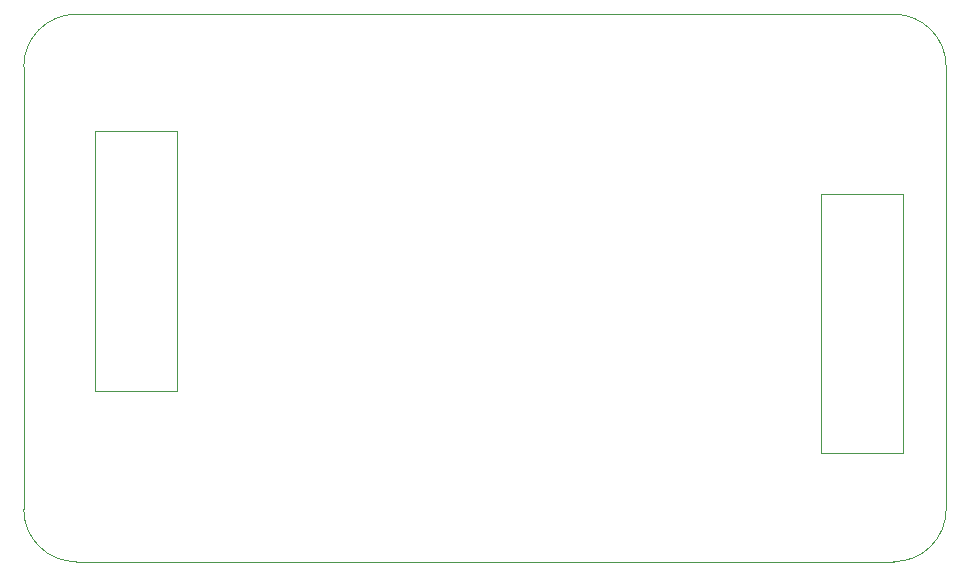
<source format=gko>
G04 (created by PCBNEW (22-Jun-2014 BZR 4027)-stable) date Fri 29 Jun 2018 12:51:00 AM CDT*
%MOIN*%
G04 Gerber Fmt 3.4, Leading zero omitted, Abs format*
%FSLAX34Y34*%
G01*
G70*
G90*
G04 APERTURE LIST*
%ADD10C,0.00590551*%
%ADD11C,0.00393701*%
G04 APERTURE END LIST*
G54D10*
G54D11*
X98818Y-41141D02*
X98818Y-32480D01*
X101574Y-41141D02*
X98818Y-41141D01*
X101574Y-32480D02*
X101574Y-41141D01*
X98818Y-32480D02*
X101574Y-32480D01*
X74618Y-39063D02*
X74618Y-30402D01*
X77374Y-39063D02*
X74618Y-39063D01*
X77374Y-30402D02*
X77374Y-39063D01*
X74618Y-30402D02*
X77374Y-30402D01*
X74000Y-26500D02*
X101250Y-26500D01*
X72250Y-43000D02*
X72250Y-28250D01*
X101250Y-44750D02*
X74000Y-44750D01*
X103000Y-28250D02*
X103000Y-43000D01*
X101250Y-44750D02*
G75*
G03X103000Y-43000I0J1750D01*
G74*
G01*
X103000Y-28250D02*
G75*
G03X101250Y-26500I-1750J0D01*
G74*
G01*
X72250Y-43000D02*
G75*
G03X74000Y-44750I1750J0D01*
G74*
G01*
X74000Y-26500D02*
G75*
G03X72250Y-28250I0J-1750D01*
G74*
G01*
M02*

</source>
